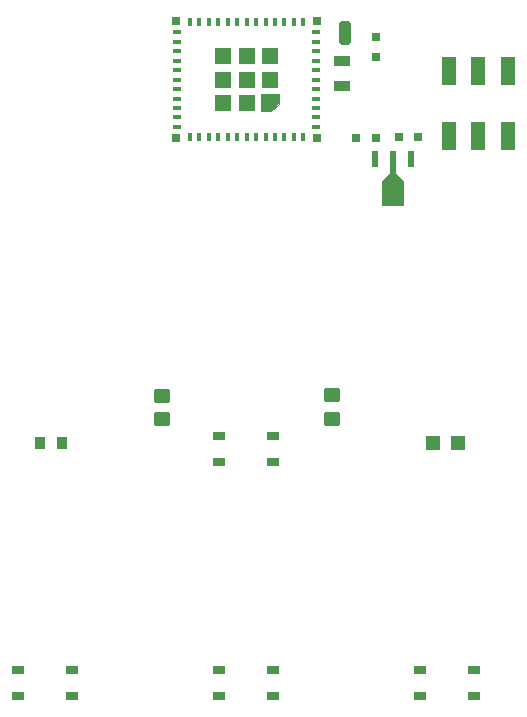
<source format=gtp>
G04 #@! TF.GenerationSoftware,KiCad,Pcbnew,8.99.0-unknown-bf16f757ed~178~ubuntu22.04.1*
G04 #@! TF.CreationDate,2024-04-23T09:45:42-07:00*
G04 #@! TF.ProjectId,rps_v4.0.0,7270735f-7634-42e3-902e-302e6b696361,rev?*
G04 #@! TF.SameCoordinates,PX6b4f310PY82524e0*
G04 #@! TF.FileFunction,Paste,Top*
G04 #@! TF.FilePolarity,Positive*
%FSLAX46Y46*%
G04 Gerber Fmt 4.6, Leading zero omitted, Abs format (unit mm)*
G04 Created by KiCad (PCBNEW 8.99.0-unknown-bf16f757ed~178~ubuntu22.04.1) date 2024-04-23 09:45:42*
%MOMM*%
%LPD*%
G01*
G04 APERTURE LIST*
G04 Aperture macros list*
%AMRoundRect*
0 Rectangle with rounded corners*
0 $1 Rounding radius*
0 $2 $3 $4 $5 $6 $7 $8 $9 X,Y pos of 4 corners*
0 Add a 4 corners polygon primitive as box body*
4,1,4,$2,$3,$4,$5,$6,$7,$8,$9,$2,$3,0*
0 Add four circle primitives for the rounded corners*
1,1,$1+$1,$2,$3*
1,1,$1+$1,$4,$5*
1,1,$1+$1,$6,$7*
1,1,$1+$1,$8,$9*
0 Add four rect primitives between the rounded corners*
20,1,$1+$1,$2,$3,$4,$5,0*
20,1,$1+$1,$4,$5,$6,$7,0*
20,1,$1+$1,$6,$7,$8,$9,0*
20,1,$1+$1,$8,$9,$2,$3,0*%
G04 Aperture macros list end*
%ADD10C,0.010000*%
%ADD11C,0.000000*%
%ADD12RoundRect,0.250000X-0.450000X0.350000X-0.450000X-0.350000X0.450000X-0.350000X0.450000X0.350000X0*%
%ADD13R,0.863600X1.092200*%
%ADD14R,1.193800X2.489200*%
%ADD15R,0.990600X0.711200*%
%ADD16R,0.655600X0.800000*%
%ADD17R,1.346200X0.900000*%
%ADD18R,1.200000X1.200000*%
%ADD19R,0.800000X0.655600*%
%ADD20RoundRect,0.250000X0.450000X-0.350000X0.450000X0.350000X-0.450000X0.350000X-0.450000X-0.350000X0*%
%ADD21R,0.800000X0.400000*%
%ADD22R,0.400000X0.800000*%
%ADD23R,1.450000X1.450000*%
%ADD24R,0.700000X0.700000*%
%ADD25R,0.482600X1.422400*%
%ADD26R,0.558800X1.422400*%
%ADD27RoundRect,0.250000X-0.250000X-0.750000X0.250000X-0.750000X0.250000X0.750000X-0.250000X0.750000X0*%
G04 APERTURE END LIST*
D10*
X33745000Y53602000D02*
X33145000Y53002000D01*
X32295000Y53002000D01*
X32295000Y54452000D01*
X33745000Y54452000D01*
X33745000Y53602000D01*
G36*
X33745000Y53602000D02*
G01*
X33145000Y53002000D01*
X32295000Y53002000D01*
X32295000Y54452000D01*
X33745000Y54452000D01*
X33745000Y53602000D01*
G37*
D11*
G36*
X43713400Y47772800D02*
G01*
X44348400Y47137800D01*
X44348400Y45029600D01*
X42519600Y45029600D01*
X42519600Y47137800D01*
X43154600Y47772800D01*
X43154600Y48290000D01*
X43713400Y48290000D01*
X43713400Y47772800D01*
G37*
D12*
X38252400Y28965400D03*
X38252400Y26965400D03*
D13*
X13550900Y24932975D03*
X15405100Y24932975D03*
D14*
X48147600Y50929875D03*
X50647600Y50929875D03*
X53147600Y50929875D03*
X53147600Y56441675D03*
X50647600Y56441675D03*
X48147600Y56441675D03*
D15*
X11719999Y5687974D03*
X16220001Y5687974D03*
X11719999Y3537976D03*
X16220001Y3537976D03*
X28737999Y5687974D03*
X33238001Y5687974D03*
X28737999Y3537976D03*
X33238001Y3537976D03*
D16*
X40320200Y50800000D03*
X41975800Y50800000D03*
D17*
X39116000Y57308750D03*
X39116000Y55187850D03*
D18*
X46854400Y24917400D03*
X48954400Y24917400D03*
D15*
X45755999Y5687974D03*
X50256001Y5687974D03*
X45755999Y3537976D03*
X50256001Y3537976D03*
D19*
X41960800Y59312200D03*
X41960800Y57656600D03*
D20*
X23876000Y26940000D03*
X23876000Y28940000D03*
D16*
X45557200Y50825400D03*
X43901600Y50825400D03*
D21*
X36945000Y51702000D03*
X36945000Y52502000D03*
X36945000Y53302000D03*
X36945000Y54102000D03*
X36945000Y54902000D03*
X36945000Y55702000D03*
X36945000Y56502000D03*
X36945000Y57302000D03*
X36945000Y58102000D03*
X36945000Y58902000D03*
X36945000Y59702000D03*
D22*
X35845000Y60602000D03*
X35045000Y60602000D03*
X34245000Y60602000D03*
X33445000Y60602000D03*
X32645000Y60602000D03*
X31845000Y60602000D03*
X31045000Y60602000D03*
X30245000Y60602000D03*
X29445000Y60602000D03*
X28645000Y60602000D03*
X27845000Y60602000D03*
X27045000Y60602000D03*
X26245000Y60602000D03*
D21*
X25145000Y59702000D03*
X25145000Y58902000D03*
X25145000Y58102000D03*
X25145000Y57302000D03*
X25145000Y56502000D03*
X25145000Y55702000D03*
X25145000Y54902000D03*
X25145000Y54102000D03*
X25145000Y53302000D03*
X25145000Y52502000D03*
X25145000Y51702000D03*
D22*
X26245000Y50802000D03*
X27045000Y50802000D03*
X27845000Y50802000D03*
X28645000Y50802000D03*
X29445000Y50802000D03*
X30245000Y50802000D03*
X31045000Y50802000D03*
X31845000Y50802000D03*
X32645000Y50802000D03*
X33445000Y50802000D03*
X34245000Y50802000D03*
X35045000Y50802000D03*
X35845000Y50802000D03*
D23*
X31045000Y53727000D03*
X29070000Y53727000D03*
X29070000Y55702000D03*
X29070000Y57677000D03*
X31045000Y57677000D03*
X33020000Y57677000D03*
X33020000Y55702000D03*
X31045000Y55702000D03*
D24*
X25095000Y50752000D03*
X25095000Y60652000D03*
X36995000Y60652000D03*
X36995000Y50752000D03*
D25*
X44934000Y49001200D03*
D26*
X43434000Y49001200D03*
D25*
X41934000Y49001200D03*
D27*
X39370000Y59690000D03*
D15*
X28737999Y25499974D03*
X33238001Y25499974D03*
X28737999Y23349976D03*
X33238001Y23349976D03*
M02*

</source>
